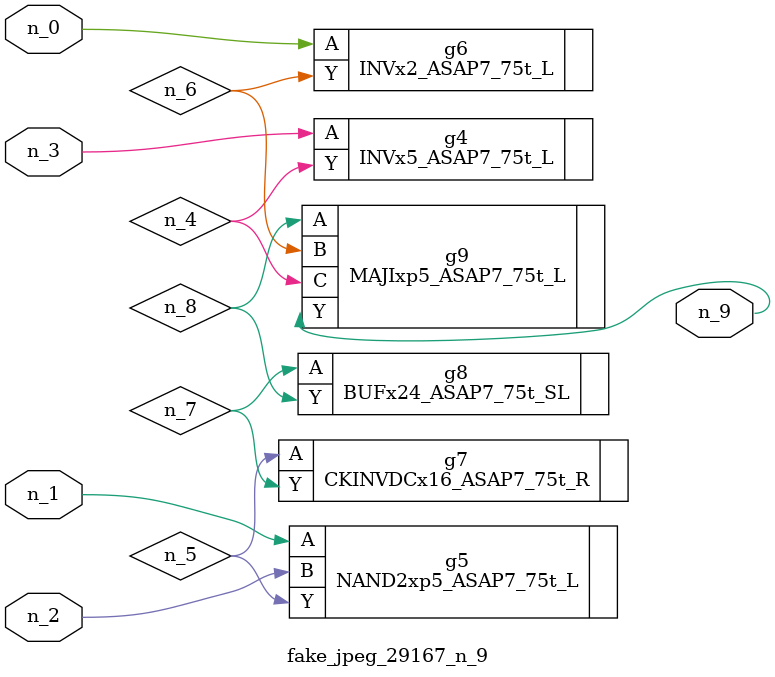
<source format=v>
module fake_jpeg_29167_n_9 (n_0, n_3, n_2, n_1, n_9);

input n_0;
input n_3;
input n_2;
input n_1;

output n_9;

wire n_4;
wire n_8;
wire n_6;
wire n_5;
wire n_7;

INVx5_ASAP7_75t_L g4 ( 
.A(n_3),
.Y(n_4)
);

NAND2xp5_ASAP7_75t_L g5 ( 
.A(n_1),
.B(n_2),
.Y(n_5)
);

INVx2_ASAP7_75t_L g6 ( 
.A(n_0),
.Y(n_6)
);

CKINVDCx16_ASAP7_75t_R g7 ( 
.A(n_5),
.Y(n_7)
);

BUFx24_ASAP7_75t_SL g8 ( 
.A(n_7),
.Y(n_8)
);

MAJIxp5_ASAP7_75t_L g9 ( 
.A(n_8),
.B(n_6),
.C(n_4),
.Y(n_9)
);


endmodule
</source>
